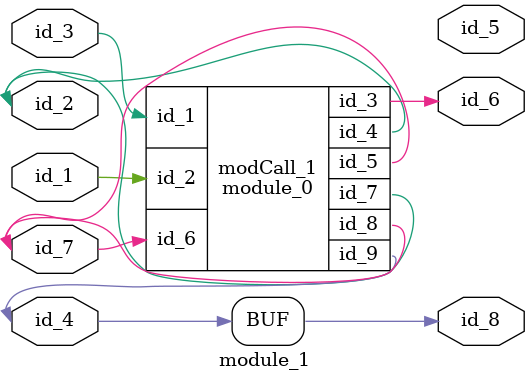
<source format=v>
module module_0 (
    id_1,
    id_2,
    id_3,
    id_4,
    id_5,
    id_6,
    id_7,
    id_8,
    id_9
);
  inout wire id_9;
  output wire id_8;
  inout wire id_7;
  input wire id_6;
  output wire id_5;
  output wire id_4;
  output wire id_3;
  input wire id_2;
  input wire id_1;
  assign id_3 = id_9;
endmodule
module module_1 (
    id_1,
    id_2,
    id_3,
    id_4,
    id_5,
    id_6,
    id_7,
    id_8
);
  output wire id_8;
  inout wire id_7;
  output wire id_6;
  output wire id_5;
  inout wire id_4;
  input wire id_3;
  inout wire id_2;
  input wire id_1;
  assign id_8 = id_4;
  module_0 modCall_1 (
      id_3,
      id_1,
      id_6,
      id_2,
      id_7,
      id_7,
      id_2,
      id_7,
      id_4
  );
  wire id_9;
endmodule

</source>
